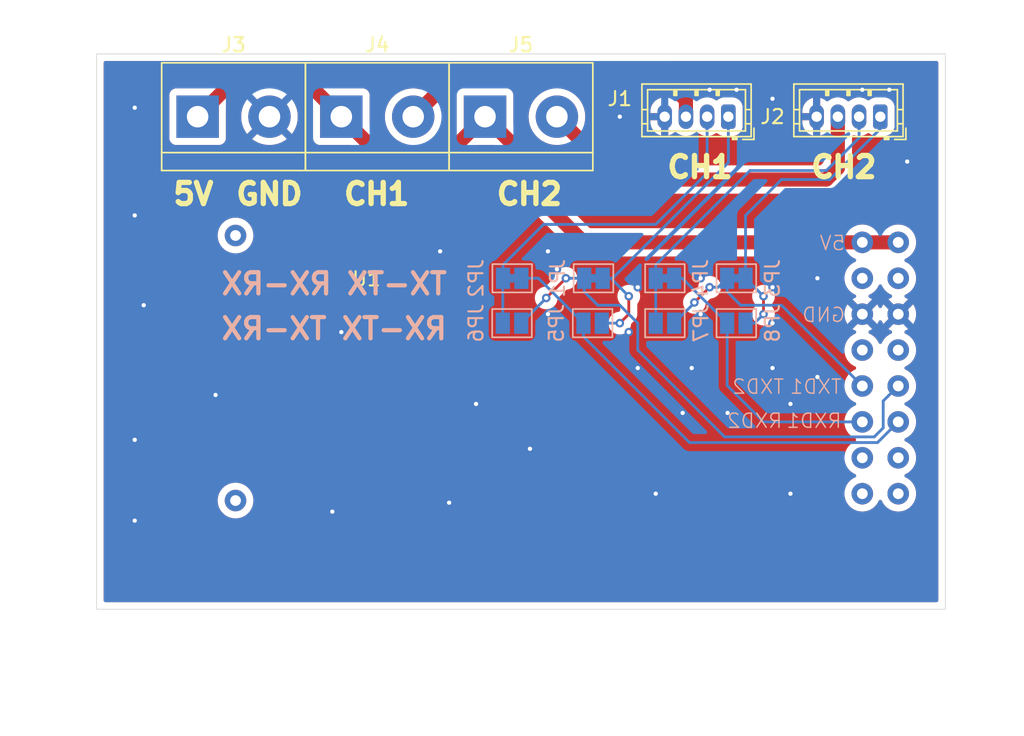
<source format=kicad_pcb>
(kicad_pcb (version 20240108) (generator "pcbnew") (generator_version "8.0")
  (layers (0 "F.Cu" signal) (31 "B.Cu" signal) (34 "B.Paste" user) (35 "F.Paste" user) (36 "B.SilkS" user "B.Silkscreen") (37 "F.SilkS" user "F.Silkscreen") (38 "B.Mask" user) (39 "F.Mask" user) (44 "Edge.Cuts" user))
  (net 0 "")
  (net 1 "/jst_conn/TX")
  (net 2 "GND")
  (net 3 "/jst_conn/VCC")
  (net 4 "/jst_conn/RX")
  (net 5 "/jst_conn1/RX")
  (net 6 "/jst_conn1/VCC")
  (net 7 "/jst_conn1/TX")
  (net 8 "+5V")
  (net 9 "Net-(JP1-A)")
  (net 10 "Net-(JP2-A)")
  (net 11 "Net-(JP3-A)")
  (net 12 "Net-(JP4-A)")
  (footprint "Connector_JST2:JST_ZH_B4B-ZR_1x04_P1.50mm_Vertical" (layer "F.Cu") (at 106.68 60.96 180)
    (property "Reference" "J2" (at 7.62 0 180) (layer "F.SilkS"))
    (property "Value" "Conn_01x04_Pin")
    (fp_line (start 6.11 2.31) (end 6.11 -1.41) (stroke (width 0.12)) (layer "F.SilkS"))
    (fp_line (start 6.11 0.5) (end 5.71 0.5) (stroke (width 0.12)) (layer "F.SilkS"))
    (fp_line (start 6.11 -0.5) (end 5.71 -0.5) (stroke (width 0.12)) (layer "F.SilkS"))
    (fp_line (start 6.11 -1.41) (end -1.61 -1.41) (stroke (width 0.12)) (layer "F.SilkS"))
    (fp_line (start 5.71 1.91) (end 5.71 -1.01) (stroke (width 0.12)) (layer "F.SilkS"))
    (fp_line (start 5.71 -1.01) (end -1.21 -1.01) (stroke (width 0.12)) (layer "F.SilkS"))
    (fp_line (start 3.85 1.51) (end 3.85 1.91) (stroke (width 0.12)) (layer "F.SilkS"))
    (fp_line (start 3.75 1.91) (end 3.75 1.51) (stroke (width 0.12)) (layer "F.SilkS"))
    (fp_line (start 3.65 1.91) (end 3.65 1.51) (stroke (width 0.12)) (layer "F.SilkS"))
    (fp_line (start 3.65 1.51) (end 3.85 1.51) (stroke (width 0.12)) (layer "F.SilkS"))
    (fp_line (start 2.35 1.51) (end 2.35 1.91) (stroke (width 0.12)) (layer "F.SilkS"))
    (fp_line (start 2.25 1.91) (end 2.25 1.51) (stroke (width 0.12)) (layer "F.SilkS"))
    (fp_line (start 2.15 1.91) (end 2.15 1.51) (stroke (width 0.12)) (layer "F.SilkS"))
    (fp_line (start 2.15 1.51) (end 2.35 1.51) (stroke (width 0.12)) (layer "F.SilkS"))
    (fp_line (start 0.85 1.51) (end 0.85 1.91) (stroke (width 0.12)) (layer "F.SilkS"))
    (fp_line (start 0.75 1.91) (end 0.75 1.51) (stroke (width 0.12)) (layer "F.SilkS"))
    (fp_line (start 0.65 1.91) (end 0.65 1.51) (stroke (width 0.12)) (layer "F.SilkS"))
    (fp_line (start 0.65 1.51) (end 0.85 1.51) (stroke (width 0.12)) (layer "F.SilkS"))
    (fp_line (start -0.3 -1.41) (end -0.3 -1.61) (stroke (width 0.12)) (layer "F.SilkS"))
    (fp_line (start -0.3 -1.51) (end -0.6 -1.51) (stroke (width 0.12)) (layer "F.SilkS"))
    (fp_line (start -0.3 -1.61) (end -0.6 -1.61) (stroke (width 0.12)) (layer "F.SilkS"))
    (fp_line (start -0.6 -1.61) (end -0.6 -1.41) (stroke (width 0.12)) (layer "F.SilkS"))
    (fp_line (start -1.01 -1.61) (end -1.81 -1.61) (stroke (width 0.12)) (layer "F.SilkS"))
    (fp_line (start -1.21 1.91) (end 5.71 1.91) (stroke (width 0.12)) (layer "F.SilkS"))
    (fp_line (start -1.21 -1.01) (end -1.21 1.91) (stroke (width 0.12)) (layer "F.SilkS"))
    (fp_line (start -1.61 2.31) (end 6.11 2.31) (stroke (width 0.12)) (layer "F.SilkS"))
    (fp_line (start -1.61 0.5) (end -1.21 0.5) (stroke (width 0.12)) (layer "F.SilkS"))
    (fp_line (start -1.61 -0.5) (end -1.21 -0.5) (stroke (width 0.12)) (layer "F.SilkS"))
    (fp_line (start -1.61 -1.41) (end -1.61 2.31) (stroke (width 0.12)) (layer "F.SilkS"))
    (fp_line (start -1.81 -1.61) (end -1.81 -0.81) (stroke (width 0.12)) (layer "F.SilkS"))
    (pad "1" thru_hole roundrect (at 0 0 180) (size 1.03 1.73) (drill 0.73) (layers "*.Cu" "*.Mask") (roundrect_rratio 0.242718) (net 7 "/jst_conn1/TX"))
    (pad "2" thru_hole oval (at 1.5 0 180) (size 1.03 1.73) (drill 0.73) (layers "*.Cu" "*.Mask") (net 5 "/jst_conn1/RX"))
    (pad "3" thru_hole oval (at 3 0 180) (size 1.03 1.73) (drill 0.73) (layers "*.Cu" "*.Mask") (net 6 "/jst_conn1/VCC"))
    (pad "4" thru_hole oval (at 4.5 0 180) (size 1.03 1.73) (drill 0.73) (layers "*.Cu" "*.Mask") (net 2 "GND"))
  )
  (footprint "TerminalBlock:TerminalBlock_bornier-2_P5.08mm" (layer "F.Cu") (at 68.58 60.96)
    (property "Reference" "J4" (at 2.54 -5.08 0) (layer "F.SilkS"))
    (property "Value" "CH1 PWR")
    (fp_line (start -2.54 -3.81) (end -2.54 3.81) (stroke (width 0.12)) (layer "F.SilkS"))
    (fp_line (start -2.54 3.81) (end 7.62 3.81) (stroke (width 0.12)) (layer "F.SilkS"))
    (fp_line (start 7.62 -3.81) (end -2.54 -3.81) (stroke (width 0.12)) (layer "F.SilkS"))
    (fp_line (start 7.62 2.54) (end -2.54 2.54) (stroke (width 0.12)) (layer "F.SilkS"))
    (fp_line (start 7.62 3.81) (end 7.62 -3.81) (stroke (width 0.12)) (layer "F.SilkS"))
    (pad "1" thru_hole rect (at 0 0) (size 3 3) (drill 1.52) (layers "*.Cu" "*.Mask") (net 8 "+5V"))
    (pad "2" thru_hole circle (at 5.08 0) (size 3 3) (drill 1.52) (layers "*.Cu" "*.Mask") (net 3 "/jst_conn/VCC"))
  )
  (footprint "TerminalBlock:TerminalBlock_bornier-2_P5.08mm" (layer "F.Cu") (at 58.42 60.96)
    (property "Reference" "J3" (at 2.54 -5.08 360) (layer "F.SilkS"))
    (property "Value" "5V IN")
    (fp_line (start -2.54 -3.81) (end -2.54 3.81) (stroke (width 0.12)) (layer "F.SilkS"))
    (fp_line (start -2.54 3.81) (end 7.62 3.81) (stroke (width 0.12)) (layer "F.SilkS"))
    (fp_line (start 7.62 -3.81) (end -2.54 -3.81) (stroke (width 0.12)) (layer "F.SilkS"))
    (fp_line (start 7.62 2.54) (end -2.54 2.54) (stroke (width 0.12)) (layer "F.SilkS"))
    (fp_line (start 7.62 3.81) (end 7.62 -3.81) (stroke (width 0.12)) (layer "F.SilkS"))
    (pad "1" thru_hole rect (at 0 0) (size 3 3) (drill 1.52) (layers "*.Cu" "*.Mask") (net 8 "+5V"))
    (pad "2" thru_hole circle (at 5.08 0) (size 3 3) (drill 1.52) (layers "*.Cu" "*.Mask") (net 2 "GND"))
  )
  (footprint "voja-footprints:WAVESHARE-2CH-UART-TO-ETH" (layer "F.Cu") (at 82.55 78.74)
    (property "Reference" "U1" (at -12.2 -6.3 0) (layer "F.SilkS"))
    (property "Value" "~" (hide yes))
    (pad "1" thru_hole circle (at 25.4 -8.89) (size 1.524 1.524) (drill 0.762) (layers "*.Cu" "*.Mask") (net 8 "+5V"))
    (pad "2" thru_hole circle (at 22.86 -8.89) (size 1.524 1.524) (drill 0.762) (layers "*.Cu" "*.Mask") (net 8 "+5V"))
    (pad "3" thru_hole circle (at 25.4 -6.35) (size 1.524 1.524) (drill 0.762) (layers "*.Cu" "*.Mask"))
    (pad "4" thru_hole circle (at 22.86 -6.35) (size 1.524 1.524) (drill 0.762) (layers "*.Cu" "*.Mask"))
    (pad "5" thru_hole circle (at 25.4 -3.81) (size 1.524 1.524) (drill 0.762) (layers "*.Cu" "*.Mask") (net 2 "GND"))
    (pad "6" thru_hole circle (at 22.86 -3.81) (size 1.524 1.524) (drill 0.762) (layers "*.Cu" "*.Mask") (net 2 "GND"))
    (pad "7" thru_hole circle (at 25.4 -1.27) (size 1.524 1.524) (drill 0.762) (layers "*.Cu" "*.Mask"))
    (pad "8" thru_hole circle (at 22.86 -1.27) (size 1.524 1.524) (drill 0.762) (layers "*.Cu" "*.Mask"))
    (pad "9" thru_hole circle (at 25.4 1.27) (size 1.524 1.524) (drill 0.762) (layers "*.Cu" "*.Mask") (net 9 "Net-(JP1-A)"))
    (pad "10" thru_hole circle (at 22.86 1.27) (size 1.524 1.524) (drill 0.762) (layers "*.Cu" "*.Mask") (net 11 "Net-(JP3-A)"))
    (pad "11" thru_hole circle (at 25.4 3.81) (size 1.524 1.524) (drill 0.762) (layers "*.Cu" "*.Mask") (net 10 "Net-(JP2-A)"))
    (pad "12" thru_hole circle (at 22.86 3.81) (size 1.524 1.524) (drill 0.762) (layers "*.Cu" "*.Mask") (net 12 "Net-(JP4-A)"))
    (pad "13" thru_hole circle (at 25.4 6.35) (size 1.524 1.524) (drill 0.762) (layers "*.Cu" "*.Mask"))
    (pad "14" thru_hole circle (at 22.86 6.35) (size 1.524 1.524) (drill 0.762) (layers "*.Cu" "*.Mask"))
    (pad "15" thru_hole circle (at 25.4 8.89) (size 1.524 1.524) (drill 0.762) (layers "*.Cu" "*.Mask"))
    (pad "16" thru_hole circle (at 22.86 8.89) (size 1.524 1.524) (drill 0.762) (layers "*.Cu" "*.Mask"))
    (pad "17" thru_hole circle (at -21.45 -9.375) (size 1.524 1.524) (drill 0.762) (layers "*.Cu" "*.Mask"))
    (pad "18" thru_hole circle (at -21.45 9.375) (size 1.524 1.524) (drill 0.762) (layers "*.Cu" "*.Mask"))
  )
  (footprint "TerminalBlock:TerminalBlock_bornier-2_P5.08mm" (layer "F.Cu") (at 78.74 60.96)
    (property "Reference" "J5" (at 2.54 -5.08 0) (layer "F.SilkS"))
    (property "Value" "CH2 PWR")
    (fp_line (start -2.54 -3.81) (end -2.54 3.81) (stroke (width 0.12)) (layer "F.SilkS"))
    (fp_line (start -2.54 3.81) (end 7.62 3.81) (stroke (width 0.12)) (layer "F.SilkS"))
    (fp_line (start 7.62 -3.81) (end -2.54 -3.81) (stroke (width 0.12)) (layer "F.SilkS"))
    (fp_line (start 7.62 2.54) (end -2.54 2.54) (stroke (width 0.12)) (layer "F.SilkS"))
    (fp_line (start 7.62 3.81) (end 7.62 -3.81) (stroke (width 0.12)) (layer "F.SilkS"))
    (pad "1" thru_hole rect (at 0 0) (size 3 3) (drill 1.52) (layers "*.Cu" "*.Mask") (net 8 "+5V"))
    (pad "2" thru_hole circle (at 5.08 0) (size 3 3) (drill 1.52) (layers "*.Cu" "*.Mask") (net 6 "/jst_conn1/VCC"))
  )
  (footprint "Connector_JST2:JST_ZH_B4B-ZR_1x04_P1.50mm_Vertical" (layer "F.Cu") (at 95.94 60.96 180)
    (property "Reference" "J1" (at 7.675 1.27 180) (layer "F.SilkS"))
    (property "Value" "Conn_01x04_Pin")
    (fp_line (start 6.11 2.31) (end 6.11 -1.41) (stroke (width 0.12)) (layer "F.SilkS"))
    (fp_line (start 6.11 0.5) (end 5.71 0.5) (stroke (width 0.12)) (layer "F.SilkS"))
    (fp_line (start 6.11 -0.5) (end 5.71 -0.5) (stroke (width 0.12)) (layer "F.SilkS"))
    (fp_line (start 6.11 -1.41) (end -1.61 -1.41) (stroke (width 0.12)) (layer "F.SilkS"))
    (fp_line (start 5.71 1.91) (end 5.71 -1.01) (stroke (width 0.12)) (layer "F.SilkS"))
    (fp_line (start 5.71 -1.01) (end -1.21 -1.01) (stroke (width 0.12)) (layer "F.SilkS"))
    (fp_line (start 3.85 1.51) (end 3.85 1.91) (stroke (width 0.12)) (layer "F.SilkS"))
    (fp_line (start 3.75 1.91) (end 3.75 1.51) (stroke (width 0.12)) (layer "F.SilkS"))
    (fp_line (start 3.65 1.91) (end 3.65 1.51) (stroke (width 0.12)) (layer "F.SilkS"))
    (fp_line (start 3.65 1.51) (end 3.85 1.51) (stroke (width 0.12)) (layer "F.SilkS"))
    (fp_line (start 2.35 1.51) (end 2.35 1.91) (stroke (width 0.12)) (layer "F.SilkS"))
    (fp_line (start 2.25 1.91) (end 2.25 1.51) (stroke (width 0.12)) (layer "F.SilkS"))
    (fp_line (start 2.15 1.91) (end 2.15 1.51) (stroke (width 0.12)) (layer "F.SilkS"))
    (fp_line (start 2.15 1.51) (end 2.35 1.51) (stroke (width 0.12)) (layer "F.SilkS"))
    (fp_line (start 0.85 1.51) (end 0.85 1.91) (stroke (width 0.12)) (layer "F.SilkS"))
    (fp_line (start 0.75 1.91) (end 0.75 1.51) (stroke (width 0.12)) (layer "F.SilkS"))
    (fp_line (start 0.65 1.91) (end 0.65 1.51) (stroke (width 0.12)) (layer "F.SilkS"))
    (fp_line (start 0.65 1.51) (end 0.85 1.51) (stroke (width 0.12)) (layer "F.SilkS"))
    (fp_line (start -0.3 -1.41) (end -0.3 -1.61) (stroke (width 0.12)) (layer "F.SilkS"))
    (fp_line (start -0.3 -1.51) (end -0.6 -1.51) (stroke (width 0.12)) (layer "F.SilkS"))
    (fp_line (start -0.3 -1.61) (end -0.6 -1.61) (stroke (width 0.12)) (layer "F.SilkS"))
    (fp_line (start -0.6 -1.61) (end -0.6 -1.41) (stroke (width 0.12)) (layer "F.SilkS"))
    (fp_line (start -1.01 -1.61) (end -1.81 -1.61) (stroke (width 0.12)) (layer "F.SilkS"))
    (fp_line (start -1.21 1.91) (end 5.71 1.91) (stroke (width 0.12)) (layer "F.SilkS"))
    (fp_line (start -1.21 -1.01) (end -1.21 1.91) (stroke (width 0.12)) (layer "F.SilkS"))
    (fp_line (start -1.61 2.31) (end 6.11 2.31) (stroke (width 0.12)) (layer "F.SilkS"))
    (fp_line (start -1.61 0.5) (end -1.21 0.5) (stroke (width 0.12)) (layer "F.SilkS"))
    (fp_line (start -1.61 -0.5) (end -1.21 -0.5) (stroke (width 0.12)) (layer "F.SilkS"))
    (fp_line (start -1.61 -1.41) (end -1.61 2.31) (stroke (width 0.12)) (layer "F.SilkS"))
    (fp_line (start -1.81 -1.61) (end -1.81 -0.81) (stroke (width 0.12)) (layer "F.SilkS"))
    (pad "1" thru_hole roundrect (at 0 0 180) (size 1.03 1.73) (drill 0.73) (layers "*.Cu" "*.Mask") (roundrect_rratio 0.242718) (net 1 "/jst_conn/TX"))
    (pad "2" thru_hole oval (at 1.5 0 180) (size 1.03 1.73) (drill 0.73) (layers "*.Cu" "*.Mask") (net 4 "/jst_conn/RX"))
    (pad "3" thru_hole oval (at 3 0 180) (size 1.03 1.73) (drill 0.73) (layers "*.Cu" "*.Mask") (net 3 "/jst_conn/VCC"))
    (pad "4" thru_hole oval (at 4.5 0 180) (size 1.03 1.73) (drill 0.73) (layers "*.Cu" "*.Mask") (net 2 "GND"))
  )
  (footprint "Jumper:SolderJumper-2_P1.3mm_Open_Pad1.0x1.5mm" (layer "B.Cu") (at 91.455 75.565 180)
    (property "Reference" "JP7" (at -2.555 0 270) (layer "B.SilkS") (effects (justify mirror)))
    (property "Value" "TX-RX2")
    (fp_line (start 1.4 1) (end -1.4 1) (stroke (width 0.12)) (layer "B.SilkS"))
    (fp_line (start 1.4 -1) (end 1.4 1) (stroke (width 0.12)) (layer "B.SilkS"))
    (fp_line (start -1.4 1) (end -1.4 -1) (stroke (width 0.12)) (layer "B.SilkS"))
    (fp_line (start -1.4 -1) (end 1.4 -1) (stroke (width 0.12)) (layer "B.SilkS"))
    (pad "1" smd rect (at -0.65 0 180) (size 1 1.5) (layers "B.Cu" "B.Mask") (net 11 "Net-(JP3-A)"))
    (pad "2" smd rect (at 0.65 0 180) (size 1 1.5) (layers "B.Cu" "B.Mask") (net 5 "/jst_conn1/RX"))
  )
  (footprint "Jumper:SolderJumper-2_P1.3mm_Bridged_Pad1.0x1.5mm" (layer "B.Cu") (at 86.405 72.39)
    (property "Reference" "JP1" (at -2.54 0 90) (layer "B.SilkS") (effects (justify mirror)))
    (property "Value" "TX-TX1")
    (fp_poly (pts (xy -0.25 0.3) (xy 0.25 0.3) (xy 0.25 -0.3) (xy -0.25 -0.3)) (fill solid) (layer "B.Cu"))
    (fp_line (start -1.4 -1) (end 1.4 -1) (stroke (width 0.12)) (layer "B.SilkS"))
    (fp_line (start -1.4 1) (end -1.4 -1) (stroke (width 0.12)) (layer "B.SilkS"))
    (fp_line (start 1.4 -1) (end 1.4 1) (stroke (width 0.12)) (layer "B.SilkS"))
    (fp_line (start 1.4 1) (end -1.4 1) (stroke (width 0.12)) (layer "B.SilkS"))
    (pad "1" smd rect (at -0.65 0) (size 1 1.5) (layers "B.Cu" "B.Mask") (net 9 "Net-(JP1-A)"))
    (pad "2" smd rect (at 0.65 0) (size 1 1.5) (layers "B.Cu" "B.Mask") (net 1 "/jst_conn/TX"))
  )
  (footprint "Jumper:SolderJumper-2_P1.3mm_Open_Pad1.0x1.5mm" (layer "B.Cu") (at 96.505 75.565)
    (property "Reference" "JP8" (at 2.555 0 90) (layer "B.SilkS") (effects (justify mirror)))
    (property "Value" "RX-TX2")
    (fp_line (start -1.4 -1) (end 1.4 -1) (stroke (width 0.12)) (layer "B.SilkS"))
    (fp_line (start -1.4 1) (end -1.4 -1) (stroke (width 0.12)) (layer "B.SilkS"))
    (fp_line (start 1.4 -1) (end 1.4 1) (stroke (width 0.12)) (layer "B.SilkS"))
    (fp_line (start 1.4 1) (end -1.4 1) (stroke (width 0.12)) (layer "B.SilkS"))
    (pad "1" smd rect (at -0.65 0) (size 1 1.5) (layers "B.Cu" "B.Mask") (net 12 "Net-(JP4-A)"))
    (pad "2" smd rect (at 0.65 0) (size 1 1.5) (layers "B.Cu" "B.Mask") (net 7 "/jst_conn1/TX"))
  )
  (footprint "Jumper:SolderJumper-2_P1.3mm_Open_Pad1.0x1.5mm" (layer "B.Cu") (at 80.645 75.565 180)
    (property "Reference" "JP6" (at 2.54 0 270) (layer "B.SilkS") (effects (justify mirror)))
    (property "Value" "TX-RX1")
    (fp_line (start 1.4 1) (end -1.4 1) (stroke (width 0.12)) (layer "B.SilkS"))
    (fp_line (start 1.4 -1) (end 1.4 1) (stroke (width 0.12)) (layer "B.SilkS"))
    (fp_line (start -1.4 1) (end -1.4 -1) (stroke (width 0.12)) (layer "B.SilkS"))
    (fp_line (start -1.4 -1) (end 1.4 -1) (stroke (width 0.12)) (layer "B.SilkS"))
    (pad "1" smd rect (at -0.65 0 180) (size 1 1.5) (layers "B.Cu" "B.Mask") (net 9 "Net-(JP1-A)"))
    (pad "2" smd rect (at 0.65 0 180) (size 1 1.5) (layers "B.Cu" "B.Mask") (net 4 "/jst_conn/RX"))
  )
  (footprint "Jumper:SolderJumper-2_P1.3mm_Open_Pad1.0x1.5mm" (layer "B.Cu") (at 86.345 75.565)
    (property "Reference" "JP5" (at -2.555 0 90) (layer "B.SilkS") (effects (justify mirror)))
    (property "Value" "RX-TX1")
    (fp_line (start -1.4 -1) (end 1.4 -1) (stroke (width 0.12)) (layer "B.SilkS"))
    (fp_line (start -1.4 1) (end -1.4 -1) (stroke (width 0.12)) (layer "B.SilkS"))
    (fp_line (start 1.4 -1) (end 1.4 1) (stroke (width 0.12)) (layer "B.SilkS"))
    (fp_line (start 1.4 1) (end -1.4 1) (stroke (width 0.12)) (layer "B.SilkS"))
    (pad "1" smd rect (at -0.65 0) (size 1 1.5) (layers "B.Cu" "B.Mask") (net 10 "Net-(JP2-A)"))
    (pad "2" smd rect (at 0.65 0) (size 1 1.5) (layers "B.Cu" "B.Mask") (net 1 "/jst_conn/TX"))
  )
  (footprint "Jumper:SolderJumper-2_P1.3mm_Bridged_Pad1.0x1.5mm" (layer "B.Cu") (at 96.505 72.39)
    (property "Reference" "JP3" (at 2.555 0 90) (layer "B.SilkS") (effects (justify mirror)))
    (property "Value" "TX-TX2")
    (fp_poly (pts (xy -0.25 0.3) (xy 0.25 0.3) (xy 0.25 -0.3) (xy -0.25 -0.3)) (fill solid) (layer "B.Cu"))
    (fp_line (start -1.4 -1) (end 1.4 -1) (stroke (width 0.12)) (layer "B.SilkS"))
    (fp_line (start -1.4 1) (end -1.4 -1) (stroke (width 0.12)) (layer "B.SilkS"))
    (fp_line (start 1.4 -1) (end 1.4 1) (stroke (width 0.12)) (layer "B.SilkS"))
    (fp_line (start 1.4 1) (end -1.4 1) (stroke (width 0.12)) (layer "B.SilkS"))
    (pad "1" smd rect (at -0.65 0) (size 1 1.5) (layers "B.Cu" "B.Mask") (net 11 "Net-(JP3-A)"))
    (pad "2" smd rect (at 0.65 0) (size 1 1.5) (layers "B.Cu" "B.Mask") (net 7 "/jst_conn1/TX"))
  )
  (footprint "Jumper:SolderJumper-2_P1.3mm_Bridged_Pad1.0x1.5mm" (layer "B.Cu") (at 80.66 72.39 180)
    (property "Reference" "JP2" (at 2.555 0 270) (layer "B.SilkS") (effects (justify mirror)))
    (property "Value" "RX-RX1")
    (fp_poly (pts (xy -0.25 0.3) (xy 0.25 0.3) (xy 0.25 -0.3) (xy -0.25 -0.3)) (fill solid) (layer "B.Cu"))
    (fp_line (start 1.4 1) (end -1.4 1) (stroke (width 0.12)) (layer "B.SilkS"))
    (fp_line (start 1.4 -1) (end 1.4 1) (stroke (width 0.12)) (layer "B.SilkS"))
    (fp_line (start -1.4 1) (end -1.4 -1) (stroke (width 0.12)) (layer "B.SilkS"))
    (fp_line (start -1.4 -1) (end 1.4 -1) (stroke (width 0.12)) (layer "B.SilkS"))
    (pad "1" smd rect (at -0.65 0 180) (size 1 1.5) (layers "B.Cu" "B.Mask") (net 10 "Net-(JP2-A)"))
    (pad "2" smd rect (at 0.65 0 180) (size 1 1.5) (layers "B.Cu" "B.Mask") (net 4 "/jst_conn/RX"))
  )
  (footprint "Jumper:SolderJumper-2_P1.3mm_Bridged_Pad1.0x1.5mm" (layer "B.Cu") (at 91.455 72.39 180)
    (property "Reference" "JP4" (at -2.525 0 270) (layer "B.SilkS") (effects (justify mirror)))
    (property "Value" "RX-RX2")
    (fp_poly (pts (xy -0.25 0.3) (xy 0.25 0.3) (xy 0.25 -0.3) (xy -0.25 -0.3)) (fill solid) (layer "B.Cu"))
    (fp_line (start 1.4 1) (end -1.4 1) (stroke (width 0.12)) (layer "B.SilkS"))
    (fp_line (start 1.4 -1) (end 1.4 1) (stroke (width 0.12)) (layer "B.SilkS"))
    (fp_line (start -1.4 1) (end -1.4 -1) (stroke (width 0.12)) (layer "B.SilkS"))
    (fp_line (start -1.4 -1) (end 1.4 -1) (stroke (width 0.12)) (layer "B.SilkS"))
    (pad "1" smd rect (at -0.65 0 180) (size 1 1.5) (layers "B.Cu" "B.Mask") (net 12 "Net-(JP4-A)"))
    (pad "2" smd rect (at 0.65 0 180) (size 1 1.5) (layers "B.Cu" "B.Mask") (net 5 "/jst_conn1/RX"))
  )
  (gr_rect (start 51.28 56.52) (end 111.28 95.805) (stroke (width 0.05)) (fill none) (layer "Edge.Cuts"))
  (gr_text "RXD2" (at 99.822 83.058 0) (layer "B.SilkS") (effects (font (size 1 1) (thickness 0.1)) (justify left bottom mirror)))
  (gr_text "RXD1" (at 104.013 83.058 0) (layer "B.SilkS") (effects (font (size 1 1) (thickness 0.1)) (justify left bottom mirror)))
  (gr_text "TXD1" (at 104.013 80.645 0) (layer "B.SilkS") (effects (font (size 1 1) (thickness 0.1)) (justify left bottom mirror)))
  (gr_text "TXD2" (at 99.949 80.645 0) (layer "B.SilkS") (effects (font (size 1 1) (thickness 0.1)) (justify left bottom mirror)))
  (gr_text "GND" (at 104.267 75.565 0) (layer "B.SilkS") (effects (font (size 1 1) (thickness 0.1)) (justify left bottom mirror)))
  (gr_text "TX-TX RX-RX" (at 76.2 73.66 0) (layer "B.SilkS") (effects (font (size 1.5 1.5) (thickness 0.3) (bold yes)) (justify left bottom mirror)))
  (gr_text "RX-TX TX-RX" (at 76.2 76.835 0) (layer "B.SilkS") (effects (font (size 1.5 1.5) (thickness 0.3) (bold yes)) (justify left bottom mirror)))
  (gr_text "5V" (at 104.267 70.485 0) (layer "B.SilkS") (effects (font (size 1 1) (thickness 0.1)) (justify left bottom mirror)))
  (gr_text "5V" (at 56.515 67.31 0) (layer "F.SilkS") (effects (font (size 1.5 1.5) (thickness 0.375) (bold yes)) (justify left bottom)))
  (gr_text "CH2" (at 101.6 65.405 0) (layer "F.SilkS") (effects (font (size 1.5 1.5) (thickness 0.375) (bold yes)) (justify left bottom)))
  (gr_text "CH2" (at 79.375 67.31 0) (layer "F.SilkS") (effects (font (size 1.5 1.5) (thickness 0.375) (bold yes)) (justify left bottom)))
  (gr_text "CH1" (at 91.44 65.405 0) (layer "F.SilkS") (effects (font (size 1.5 1.5) (thickness 0.375) (bold yes)) (justify left bottom)))
  (gr_text "CH1" (at 68.58 67.31 0) (layer "F.SilkS") (effects (font (size 1.5 1.5) (thickness 0.375) (bold yes)) (justify left bottom)))
  (gr_text "GND" (at 60.96 67.31 0) (layer "F.SilkS") (effects (font (size 1.5 1.5) (thickness 0.375) (bold yes)) (justify left bottom)))
  (segment (start 88.265 75.565) (end 88.9 74.93) (width 0.2) (layer "F.Cu") (net 1))
  (segment (start 88.9 74.93) (end 88.9 73.66) (width 0.2) (layer "F.Cu") (net 1))
  (via (at 88.9 73.66) (size 0.6) (drill 0.3) (layers "F.Cu" "B.Cu") (net 1))
  (via (at 88.265 75.565) (size 0.6) (drill 0.3) (layers "F.Cu" "B.Cu") (net 1))
  (segment (start 95.94 60.96) (end 95.94 64.205) (width 0.2) (layer "B.Cu") (net 1))
  (segment (start 88.9 73.66) (end 87.63 72.39) (width 0.2) (layer "B.Cu") (net 1))
  (segment (start 95.94 64.205) (end 87.755 72.39) (width 0.2) (layer "B.Cu") (net 1))
  (segment (start 87.63 72.39) (end 87.055 72.39) (width 0.2) (layer "B.Cu") (net 1))
  (segment (start 87.755 72.39) (end 87.055 72.39) (width 0.2) (layer "B.Cu") (net 1))
  (segment (start 86.995 75.565) (end 88.265 75.565) (width 0.2) (layer "B.Cu") (net 1))
  (via (at 100.33 81.28) (size 0.6) (drill 0.3) (layers "F.Cu" "B.Cu") (net 2))
  (via (at 75.565 70.485) (size 0.6) (drill 0.3) (layers "F.Cu" "B.Cu") (net 2))
  (via (at 99.06 59.69) (size 0.6) (drill 0.3) (layers "F.Cu" "B.Cu") (net 2))
  (via (at 88.9 76.2) (size 0.6) (drill 0.3) (layers "F.Cu" "B.Cu") (net 2))
  (via (at 53.975 89.535) (size 0.6) (drill 0.3) (layers "F.Cu" "B.Cu") (net 2))
  (via (at 89.535 78.74) (size 0.6) (drill 0.3) (layers "F.Cu" "B.Cu") (net 2))
  (via (at 96.52 59.055) (size 0.6) (drill 0.3) (layers "F.Cu" "B.Cu") (net 2))
  (via (at 102.235 72.39) (size 0.6) (drill 0.3) (layers "F.Cu" "B.Cu") (net 2))
  (via (at 102.235 79.375) (size 0.6) (drill 0.3) (layers "F.Cu" "B.Cu") (net 2))
  (via (at 83.185 70.485) (size 0.6) (drill 0.3) (layers "F.Cu" "B.Cu") (net 2))
  (via (at 83.82 71.755) (size 0.6) (drill 0.3) (layers "F.Cu" "B.Cu") (net 2))
  (via (at 81.915 84.455) (size 0.6) (drill 0.3) (layers "F.Cu" "B.Cu") (net 2))
  (via (at 59.69 80.645) (size 0.6) (drill 0.3) (layers "F.Cu" "B.Cu") (net 2))
  (via (at 78.105 81.28) (size 0.6) (drill 0.3) (layers "F.Cu" "B.Cu") (net 2))
  (via (at 68.58 76.2) (size 0.6) (drill 0.3) (layers "F.Cu" "B.Cu") (net 2))
  (via (at 99.06 75.565) (size 0.6) (drill 0.3) (layers "F.Cu" "B.Cu") (net 2))
  (via (at 100.33 87.63) (size 0.6) (drill 0.3) (layers "F.Cu" "B.Cu") (net 2))
  (via (at 83.185 74.93) (size 0.6) (drill 0.3) (layers "F.Cu" "B.Cu") (net 2))
  (via (at 54.61 74.295) (size 0.6) (drill 0.3) (layers "F.Cu" "B.Cu") (net 2))
  (via (at 88.265 60.96) (size 0.6) (drill 0.3) (layers "F.Cu" "B.Cu") (net 2))
  (via (at 76.2 88.265) (size 0.6) (drill 0.3) (layers "F.Cu" "B.Cu") (net 2))
  (via (at 108.585 64.135) (size 0.6) (drill 0.3) (layers "F.Cu" "B.Cu") (net 2))
  (via (at 94.615 59.055) (size 0.6) (drill 0.3) (layers "F.Cu" "B.Cu") (net 2))
  (via (at 93.345 78.74) (size 0.6) (drill 0.3) (layers "F.Cu" "B.Cu") (net 2))
  (via (at 53.975 67.945) (size 0.6) (drill 0.3) (layers "F.Cu" "B.Cu") (net 2))
  (via (at 93.98 74.93) (size 0.6) (drill 0.3) (layers "F.Cu" "B.Cu") (net 2))
  (via (at 90.805 87.63) (size 0.6) (drill 0.3) (layers "F.Cu" "B.Cu") (net 2))
  (via (at 92.71 81.915) (size 0.6) (drill 0.3) (layers "F.Cu" "B.Cu") (net 2))
  (via (at 89.535 73.025) (size 0.6) (drill 0.3) (layers "F.Cu" "B.Cu") (net 2))
  (via (at 105.41 59.055) (size 0.6) (drill 0.3) (layers "F.Cu" "B.Cu") (net 2))
  (via (at 107.315 59.055) (size 0.6) (drill 0.3) (layers "F.Cu" "B.Cu") (net 2))
  (via (at 53.975 83.82) (size 0.6) (drill 0.3) (layers "F.Cu" "B.Cu") (net 2))
  (via (at 99.06 73.025) (size 0.6) (drill 0.3) (layers "F.Cu" "B.Cu") (net 2))
  (via (at 93.98 72.39) (size 0.6) (drill 0.3) (layers "F.Cu" "B.Cu") (net 2))
  (via (at 95.885 81.915) (size 0.6) (drill 0.3) (layers "F.Cu" "B.Cu") (net 2))
  (via (at 67.945 88.9) (size 0.6) (drill 0.3) (layers "F.Cu" "B.Cu") (net 2))
  (via (at 53.975 60.325) (size 0.6) (drill 0.3) (layers "F.Cu" "B.Cu") (net 2))
  (via (at 99.06 78.74) (size 0.6) (drill 0.3) (layers "F.Cu" "B.Cu") (net 2))
  (segment (start 92.94 59.795) (end 92.94 60.96) (width 1) (layer "F.Cu") (net 3))
  (segment (start 90.93 57.785) (end 92.94 59.795) (width 1) (layer "F.Cu") (net 3))
  (segment (start 76.835 57.785) (end 90.93 57.785) (width 1) (layer "F.Cu") (net 3))
  (segment (start 73.66 60.96) (end 76.835 57.785) (width 1) (layer "F.Cu") (net 3))
  (segment (start 80.01 72.39) (end 80.01 71.44) (width 0.2) (layer "B.Cu") (net 4))
  (segment (start 82.87 68.58) (end 90.805 68.58) (width 0.2) (layer "B.Cu") (net 4))
  (segment (start 79.995 75.565) (end 79.995 72.405) (width 0.2) (layer "B.Cu") (net 4))
  (segment (start 79.995 72.405) (end 80.01 72.39) (width 0.2) (layer "B.Cu") (net 4))
  (segment (start 90.805 68.58) (end 94.44 64.945) (width 0.2) (layer "B.Cu") (net 4))
  (segment (start 94.44 64.945) (end 94.44 60.96) (width 0.2) (layer "B.Cu") (net 4))
  (segment (start 80.01 71.44) (end 82.87 68.58) (width 0.2) (layer "B.Cu") (net 4))
  (segment (start 90.805 71.44) (end 97.475 64.77) (width 0.2) (layer "B.Cu") (net 5))
  (segment (start 90.805 72.39) (end 90.805 71.44) (width 0.2) (layer "B.Cu") (net 5))
  (segment (start 90.805 75.565) (end 90.805 72.39) (width 0.2) (layer "B.Cu") (net 5))
  (segment (start 105.18 62.46) (end 105.18 60.96) (width 0.2) (layer "B.Cu") (net 5))
  (segment (start 97.475 64.77) (end 102.87 64.77) (width 0.2) (layer "B.Cu") (net 5))
  (segment (start 102.87 64.77) (end 105.18 62.46) (width 0.2) (layer "B.Cu") (net 5))
  (segment (start 103.68 64.595) (end 103.68 60.96) (width 1) (layer "F.Cu") (net 6))
  (segment (start 88.265 65.405) (end 102.87 65.405) (width 1) (layer "F.Cu") (net 6))
  (segment (start 102.87 65.405) (end 103.68 64.595) (width 1) (layer "F.Cu") (net 6))
  (segment (start 83.82 60.96) (end 88.265 65.405) (width 1) (layer "F.Cu") (net 6))
  (segment (start 98.425 74.295) (end 98.425 73.66) (width 0.2) (layer "F.Cu") (net 7))
  (segment (start 98.425 74.93) (end 98.425 74.295) (width 0.2) (layer "F.Cu") (net 7))
  (via (at 98.425 73.66) (size 0.6) (drill 0.3) (layers "F.Cu" "B.Cu") (net 7))
  (via (at 98.425 74.93) (size 0.6) (drill 0.3) (layers "F.Cu" "B.Cu") (net 7))
  (segment (start 97.155 67.945) (end 99.695 65.405) (width 0.2) (layer "B.Cu") (net 7))
  (segment (start 103.1 65.405) (end 106.68 61.825) (width 0.2) (layer "B.Cu") (net 7))
  (segment (start 97.79 75.565) (end 98.425 74.93) (width 0.2) (layer "B.Cu") (net 7))
  (segment (start 97.155 75.565) (end 97.79 75.565) (width 0.2) (layer "B.Cu") (net 7))
  (segment (start 97.155 72.39) (end 97.155 67.945) (width 0.2) (layer "B.Cu") (net 7))
  (segment (start 106.68 61.825) (end 106.68 60.96) (width 0.2) (layer "B.Cu") (net 7))
  (segment (start 99.695 65.405) (end 103.1 65.405) (width 0.2) (layer "B.Cu") (net 7))
  (segment (start 98.425 73.66) (end 97.155 72.39) (width 0.2) (layer "B.Cu") (net 7))
  (segment (start 81.915 66.04) (end 81.915 64.135) (width 1) (layer "F.Cu") (net 8))
  (segment (start 81.915 64.135) (end 78.74 60.96) (width 1) (layer "F.Cu") (net 8))
  (segment (start 71.755 64.135) (end 75.565 64.135) (width 1) (layer "F.Cu") (net 8))
  (segment (start 85.725 69.85) (end 81.915 66.04) (width 1) (layer "F.Cu") (net 8))
  (segment (start 68.58 60.96) (end 71.755 64.135) (width 1) (layer "F.Cu") (net 8))
  (segment (start 58.42 60.96) (end 60.96 58.42) (width 1) (layer "F.Cu") (net 8))
  (segment (start 60.96 58.42) (end 66.04 58.42) (width 1) (layer "F.Cu") (net 8))
  (segment (start 105.41 69.85) (end 85.725 69.85) (width 1) (layer "F.Cu") (net 8))
  (segment (start 66.04 58.42) (end 68.58 60.96) (width 1) (layer "F.Cu") (net 8))
  (segment (start 75.565 64.135) (end 78.74 60.96) (width 1) (layer "F.Cu") (net 8))
  (segment (start 105.41 69.85) (end 107.95 69.85) (width 1) (layer "F.Cu") (net 8))
  (segment (start 83.063235 73.781765) (end 84.455 72.39) (width 0.2) (layer "F.Cu") (net 9))
  (via (at 83.063235 73.781765) (size 0.6) (drill 0.3) (layers "F.Cu" "B.Cu") (net 9))
  (via (at 84.455 72.39) (size 0.6) (drill 0.3) (layers "F.Cu" "B.Cu") (net 9))
  (segment (start 106.888 82.977) (end 106.888 81.072) (width 0.2) (layer "B.Cu") (net 9))
  (segment (start 85.755 73.34) (end 86.71 74.295) (width 0.2) (layer "B.Cu") (net 9))
  (segment (start 81.295 75.565) (end 83.063235 73.796765) (width 0.2) (layer "B.Cu") (net 9))
  (segment (start 83.063235 73.796765) (end 83.063235 73.781765) (width 0.2) (layer "B.Cu") (net 9))
  (segment (start 95.677 83.612) (end 106.253 83.612) (width 0.2) (layer "B.Cu") (net 9))
  (segment (start 106.888 81.072) (end 107.95 80.01) (width 0.2) (layer "B.Cu") (net 9))
  (segment (start 84.455 72.39) (end 85.755 72.39) (width 0.2) (layer "B.Cu") (net 9))
  (segment (start 86.71 74.295) (end 88.265 74.295) (width 0.2) (layer "B.Cu") (net 9))
  (segment (start 106.253 83.612) (end 106.888 82.977) (width 0.2) (layer "B.Cu") (net 9))
  (segment (start 85.755 72.39) (end 85.755 73.34) (width 0.2) (layer "B.Cu") (net 9))
  (segment (start 89.535 75.565) (end 89.535 77.47) (width 0.2) (layer "B.Cu") (net 9))
  (segment (start 88.265 74.295) (end 89.535 75.565) (width 0.2) (layer "B.Cu") (net 9))
  (segment (start 89.535 77.47) (end 95.677 83.612) (width 0.2) (layer "B.Cu") (net 9))
  (segment (start 85.695 75.565) (end 85.695 76.515) (width 0.2) (layer "B.Cu") (net 10))
  (segment (start 81.31 72.39) (end 82.52 72.39) (width 0.2) (layer "B.Cu") (net 10))
  (segment (start 106.488 84.012) (end 107.95 82.55) (width 0.2) (layer "B.Cu") (net 10))
  (segment (start 82.52 72.39) (end 85.695 75.565) (width 0.2) (layer "B.Cu") (net 10))
  (segment (start 85.695 76.515) (end 93.192 84.012) (width 0.2) (layer "B.Cu") (net 10))
  (segment (start 93.192 84.012) (end 106.488 84.012) (width 0.2) (layer "B.Cu") (net 10))
  (segment (start 93.540735 74.099265) (end 94.615 73.025) (width 0.2) (layer "F.Cu") (net 11))
  (via (at 93.540735 74.099265) (size 0.6) (drill 0.3) (layers "F.Cu" "B.Cu") (net 11))
  (via (at 94.615 73.025) (size 0.6) (drill 0.3) (layers "F.Cu" "B.Cu") (net 11))
  (segment (start 93.540735 74.129265) (end 93.540735 74.099265) (width 0.2) (layer "B.Cu") (net 11))
  (segment (start 94.615 73.025) (end 95.22 73.025) (width 0.2) (layer "B.Cu") (net 11))
  (segment (start 99.695 74.295) (end 105.41 80.01) (width 0.2) (layer "B.Cu") (net 11))
  (segment (start 95.855 73.34) (end 96.81 74.295) (width 0.2) (layer "B.Cu") (net 11))
  (segment (start 95.22 73.025) (end 95.855 72.39) (width 0.2) (layer "B.Cu") (net 11))
  (segment (start 95.855 72.39) (end 95.855 73.34) (width 0.2) (layer "B.Cu") (net 11))
  (segment (start 96.81 74.295) (end 99.695 74.295) (width 0.2) (layer "B.Cu") (net 11))
  (segment (start 92.105 75.565) (end 93.540735 74.129265) (width 0.2) (layer "B.Cu") (net 11))
  (segment (start 95.855 79.98) (end 98.425 82.55) (width 0.2) (layer "B.Cu") (net 12))
  (segment (start 98.425 82.55) (end 105.41 82.55) (width 0.2) (layer "B.Cu") (net 12))
  (segment (start 92.68 72.39) (end 95.855 75.565) (width 0.2) (layer "B.Cu") (net 12))
  (segment (start 95.855 75.565) (end 95.855 79.98) (width 0.2) (layer "B.Cu") (net 12))
  (segment (start 92.105 72.39) (end 92.68 72.39) (width 0.2) (layer "B.Cu") (net 12))
  (zone (net 2) (net_name "GND") (layer "F.Cu") (connect_pads (clearance 0.5)) (min_thickness 0.25) (fill yes (thermal_gap 0.5) (thermal_bridge_width 0.5))
    (polygon (pts (xy 44.45 53.975) (xy 45.085 104.14) (xy 114.935 104.775) (xy 116.84 52.705)))
  )
  (zone (net 2) (net_name "GND") (layer "B.Cu") (priority 1) (connect_pads (clearance 0.5)) (min_thickness 0.25) (fill yes (thermal_gap 0.5) (thermal_bridge_width 0.5))
    (polygon (pts (xy 113.655663 103.822408) (xy 113.655663 54.927408) (xy 49.520663 54.927408) (xy 48.885663 103.187408)))
  )
)
</source>
